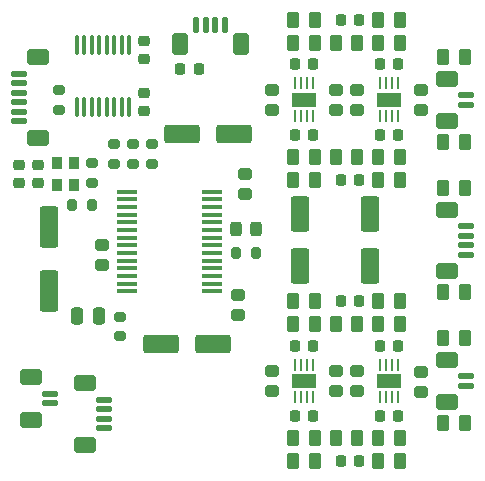
<source format=gbr>
%TF.GenerationSoftware,KiCad,Pcbnew,8.0.3*%
%TF.CreationDate,2024-07-17T18:17:16+02:00*%
%TF.ProjectId,HiFiDAC,48694669-4441-4432-9e6b-696361645f70,rev?*%
%TF.SameCoordinates,Original*%
%TF.FileFunction,Soldermask,Top*%
%TF.FilePolarity,Negative*%
%FSLAX46Y46*%
G04 Gerber Fmt 4.6, Leading zero omitted, Abs format (unit mm)*
G04 Created by KiCad (PCBNEW 8.0.3) date 2024-07-17 18:17:16*
%MOMM*%
%LPD*%
G01*
G04 APERTURE LIST*
G04 Aperture macros list*
%AMRoundRect*
0 Rectangle with rounded corners*
0 $1 Rounding radius*
0 $2 $3 $4 $5 $6 $7 $8 $9 X,Y pos of 4 corners*
0 Add a 4 corners polygon primitive as box body*
4,1,4,$2,$3,$4,$5,$6,$7,$8,$9,$2,$3,0*
0 Add four circle primitives for the rounded corners*
1,1,$1+$1,$2,$3*
1,1,$1+$1,$4,$5*
1,1,$1+$1,$6,$7*
1,1,$1+$1,$8,$9*
0 Add four rect primitives between the rounded corners*
20,1,$1+$1,$2,$3,$4,$5,0*
20,1,$1+$1,$4,$5,$6,$7,0*
20,1,$1+$1,$6,$7,$8,$9,0*
20,1,$1+$1,$8,$9,$2,$3,0*%
G04 Aperture macros list end*
%ADD10RoundRect,0.100000X-0.100000X0.712500X-0.100000X-0.712500X0.100000X-0.712500X0.100000X0.712500X0*%
%ADD11R,0.950000X1.050000*%
%ADD12RoundRect,0.200000X0.275000X-0.200000X0.275000X0.200000X-0.275000X0.200000X-0.275000X-0.200000X0*%
%ADD13RoundRect,0.200000X-0.275000X0.200000X-0.275000X-0.200000X0.275000X-0.200000X0.275000X0.200000X0*%
%ADD14RoundRect,0.200000X-0.200000X-0.275000X0.200000X-0.275000X0.200000X0.275000X-0.200000X0.275000X0*%
%ADD15RoundRect,0.125000X-0.125000X-0.525000X0.125000X-0.525000X0.125000X0.525000X-0.125000X0.525000X0*%
%ADD16RoundRect,0.350000X-0.350000X-0.600000X0.350000X-0.600000X0.350000X0.600000X-0.350000X0.600000X0*%
%ADD17RoundRect,0.125000X0.525000X-0.125000X0.525000X0.125000X-0.525000X0.125000X-0.525000X-0.125000X0*%
%ADD18RoundRect,0.350000X0.600000X-0.350000X0.600000X0.350000X-0.600000X0.350000X-0.600000X-0.350000X0*%
%ADD19RoundRect,0.218750X0.218750X0.256250X-0.218750X0.256250X-0.218750X-0.256250X0.218750X-0.256250X0*%
%ADD20RoundRect,0.225000X0.250000X-0.225000X0.250000X0.225000X-0.250000X0.225000X-0.250000X-0.225000X0*%
%ADD21RoundRect,0.225000X-0.250000X0.225000X-0.250000X-0.225000X0.250000X-0.225000X0.250000X0.225000X0*%
%ADD22RoundRect,0.250000X-0.250000X-0.475000X0.250000X-0.475000X0.250000X0.475000X-0.250000X0.475000X0*%
%ADD23RoundRect,0.250000X0.550000X-1.500000X0.550000X1.500000X-0.550000X1.500000X-0.550000X-1.500000X0*%
%ADD24RoundRect,0.350000X-0.600000X0.350000X-0.600000X-0.350000X0.600000X-0.350000X0.600000X0.350000X0*%
%ADD25RoundRect,0.125000X-0.525000X0.125000X-0.525000X-0.125000X0.525000X-0.125000X0.525000X0.125000X0*%
%ADD26RoundRect,0.062500X-0.062500X0.425000X-0.062500X-0.425000X0.062500X-0.425000X0.062500X0.425000X0*%
%ADD27R,2.000000X1.200000*%
%ADD28R,1.750000X0.450000*%
%ADD29RoundRect,0.250000X0.262500X0.450000X-0.262500X0.450000X-0.262500X-0.450000X0.262500X-0.450000X0*%
%ADD30RoundRect,0.250000X-0.262500X-0.450000X0.262500X-0.450000X0.262500X0.450000X-0.262500X0.450000X0*%
%ADD31RoundRect,0.225000X-0.225000X-0.250000X0.225000X-0.250000X0.225000X0.250000X-0.225000X0.250000X0*%
%ADD32RoundRect,0.225000X0.225000X0.250000X-0.225000X0.250000X-0.225000X-0.250000X0.225000X-0.250000X0*%
%ADD33RoundRect,0.250000X-0.350000X0.250000X-0.350000X-0.250000X0.350000X-0.250000X0.350000X0.250000X0*%
%ADD34RoundRect,0.250000X-0.550000X1.250000X-0.550000X-1.250000X0.550000X-1.250000X0.550000X1.250000X0*%
%ADD35RoundRect,0.250000X0.350000X-0.250000X0.350000X0.250000X-0.350000X0.250000X-0.350000X-0.250000X0*%
%ADD36RoundRect,0.250000X0.250000X0.350000X-0.250000X0.350000X-0.250000X-0.350000X0.250000X-0.350000X0*%
%ADD37RoundRect,0.250000X1.250000X0.550000X-1.250000X0.550000X-1.250000X-0.550000X1.250000X-0.550000X0*%
G04 APERTURE END LIST*
D10*
%TO.C,U9*%
X140322500Y-88737500D03*
X139687500Y-88737500D03*
X139052500Y-88737500D03*
X138417500Y-88737500D03*
X137782500Y-88737500D03*
X137147500Y-88737500D03*
X136512500Y-88737500D03*
X135877500Y-88737500D03*
X135877500Y-83462500D03*
X136512500Y-83462500D03*
X137147500Y-83462500D03*
X137782500Y-83462500D03*
X138417500Y-83462500D03*
X139052500Y-83462500D03*
X139687500Y-83462500D03*
X140322500Y-83462500D03*
%TD*%
D11*
%TO.C,U1*%
X135625000Y-93475000D03*
X135625000Y-95325000D03*
X134175000Y-95325000D03*
X134175000Y-93475000D03*
%TD*%
D12*
%TO.C,R51*%
X139500000Y-108125000D03*
X139500000Y-106475000D03*
%TD*%
%TO.C,R48*%
X134400000Y-87275000D03*
X134400000Y-88925000D03*
%TD*%
D13*
%TO.C,R47*%
X139000000Y-91875000D03*
X139000000Y-93525000D03*
%TD*%
%TO.C,R46*%
X140600000Y-91875000D03*
X140600000Y-93525000D03*
%TD*%
%TO.C,R45*%
X142200000Y-91875000D03*
X142200000Y-93525000D03*
%TD*%
%TO.C,R4*%
X137200000Y-93475000D03*
X137200000Y-95125000D03*
%TD*%
D14*
%TO.C,R3*%
X135475000Y-97000000D03*
X137125000Y-97000000D03*
%TD*%
D15*
%TO.C,J7*%
X148400000Y-81800000D03*
X147600000Y-81800000D03*
X146800000Y-81800000D03*
X146000000Y-81800000D03*
D16*
X144600000Y-83400000D03*
X149800000Y-83400000D03*
%TD*%
D17*
%TO.C,J6*%
X131000000Y-85900000D03*
X131000000Y-86700000D03*
X131000000Y-87500000D03*
X131000000Y-88300000D03*
X131000000Y-89100000D03*
X131000000Y-89900000D03*
D18*
X132600000Y-91300000D03*
X132600000Y-84500000D03*
%TD*%
D19*
%TO.C,FB2*%
X146187500Y-85500000D03*
X144612500Y-85500000D03*
%TD*%
D20*
%TO.C,C46*%
X141600000Y-87525000D03*
X141600000Y-89075000D03*
%TD*%
D21*
%TO.C,C45*%
X141600000Y-84675000D03*
X141600000Y-83125000D03*
%TD*%
%TO.C,C13*%
X132600000Y-93625000D03*
X132600000Y-95175000D03*
%TD*%
%TO.C,C12*%
X131000000Y-93625000D03*
X131000000Y-95175000D03*
%TD*%
D22*
%TO.C,C2*%
X135850000Y-106400000D03*
X137750000Y-106400000D03*
%TD*%
D23*
%TO.C,C1*%
X133500000Y-104300000D03*
X133500000Y-98900000D03*
%TD*%
D24*
%TO.C,J1*%
X167200000Y-102600000D03*
X167200000Y-97400000D03*
D25*
X168800000Y-98800000D03*
X168800000Y-99600000D03*
X168800000Y-100400000D03*
X168800000Y-101200000D03*
%TD*%
D26*
%TO.C,U7*%
X163050000Y-110512500D03*
X162550000Y-110512500D03*
X162050000Y-110512500D03*
X161550000Y-110512500D03*
X161550000Y-113287500D03*
X162050000Y-113287500D03*
X162550000Y-113287500D03*
X163050000Y-113287500D03*
D27*
X162300000Y-111900000D03*
%TD*%
D26*
%TO.C,U6*%
X155850000Y-110512500D03*
X155350000Y-110512500D03*
X154850000Y-110512500D03*
X154350000Y-110512500D03*
X154350000Y-113287500D03*
X154850000Y-113287500D03*
X155350000Y-113287500D03*
X155850000Y-113287500D03*
D27*
X155100000Y-111900000D03*
%TD*%
D26*
%TO.C,U5*%
X163050000Y-86712500D03*
X162550000Y-86712500D03*
X162050000Y-86712500D03*
X161550000Y-86712500D03*
X161550000Y-89487500D03*
X162050000Y-89487500D03*
X162550000Y-89487500D03*
X163050000Y-89487500D03*
D27*
X162300000Y-88100000D03*
%TD*%
D26*
%TO.C,U4*%
X155850000Y-86712500D03*
X155350000Y-86712500D03*
X154850000Y-86712500D03*
X154350000Y-86712500D03*
X154350000Y-89487500D03*
X154850000Y-89487500D03*
X155350000Y-89487500D03*
X155850000Y-89487500D03*
D27*
X155100000Y-88100000D03*
%TD*%
D28*
%TO.C,U2*%
X140100000Y-95875000D03*
X140100000Y-96525000D03*
X140100000Y-97175000D03*
X140100000Y-97825000D03*
X140100000Y-98475000D03*
X140100000Y-99125000D03*
X140100000Y-99775000D03*
X140100000Y-100425000D03*
X140100000Y-101075000D03*
X140100000Y-101725000D03*
X140100000Y-102375000D03*
X140100000Y-103025000D03*
X140100000Y-103675000D03*
X140100000Y-104325000D03*
X147300000Y-104325000D03*
X147300000Y-103675000D03*
X147300000Y-103025000D03*
X147300000Y-102375000D03*
X147300000Y-101725000D03*
X147300000Y-101075000D03*
X147300000Y-100425000D03*
X147300000Y-99775000D03*
X147300000Y-99125000D03*
X147300000Y-98475000D03*
X147300000Y-97825000D03*
X147300000Y-97175000D03*
X147300000Y-96525000D03*
X147300000Y-95875000D03*
%TD*%
D29*
%TO.C,R36*%
X163212500Y-118700000D03*
X161387500Y-118700000D03*
%TD*%
D30*
%TO.C,R35*%
X157787500Y-116700000D03*
X159612500Y-116700000D03*
%TD*%
D29*
%TO.C,R34*%
X163212500Y-116700000D03*
X161387500Y-116700000D03*
%TD*%
D30*
%TO.C,R33*%
X154187500Y-118700000D03*
X156012500Y-118700000D03*
%TD*%
%TO.C,R32*%
X154187500Y-116700000D03*
X156012500Y-116700000D03*
%TD*%
D29*
%TO.C,R31*%
X163212500Y-105100000D03*
X161387500Y-105100000D03*
%TD*%
D30*
%TO.C,R30*%
X157787500Y-107100000D03*
X159612500Y-107100000D03*
%TD*%
D29*
%TO.C,R29*%
X163212500Y-107100000D03*
X161387500Y-107100000D03*
%TD*%
D30*
%TO.C,R28*%
X154187500Y-105100000D03*
X156012500Y-105100000D03*
%TD*%
%TO.C,R27*%
X154187500Y-107100000D03*
X156012500Y-107100000D03*
%TD*%
D29*
%TO.C,R26*%
X163212500Y-94900000D03*
X161387500Y-94900000D03*
%TD*%
D30*
%TO.C,R25*%
X157787500Y-92900000D03*
X159612500Y-92900000D03*
%TD*%
D29*
%TO.C,R24*%
X163212500Y-92900000D03*
X161387500Y-92900000D03*
%TD*%
D30*
%TO.C,R23*%
X154187500Y-94900000D03*
X156012500Y-94900000D03*
%TD*%
%TO.C,R22*%
X154187500Y-92900000D03*
X156012500Y-92900000D03*
%TD*%
D29*
%TO.C,R21*%
X163212500Y-81300000D03*
X161387500Y-81300000D03*
%TD*%
D30*
%TO.C,R20*%
X157787500Y-83300000D03*
X159612500Y-83300000D03*
%TD*%
D29*
%TO.C,R19*%
X163212500Y-83300000D03*
X161387500Y-83300000D03*
%TD*%
D30*
%TO.C,R18*%
X154187500Y-81300000D03*
X156012500Y-81300000D03*
%TD*%
%TO.C,R17*%
X154187500Y-83300000D03*
X156012500Y-83300000D03*
%TD*%
D14*
%TO.C,R9*%
X149375000Y-101100000D03*
X151025000Y-101100000D03*
%TD*%
D29*
%TO.C,R8*%
X168712500Y-108300000D03*
X166887500Y-108300000D03*
%TD*%
%TO.C,R7*%
X168712500Y-115500000D03*
X166887500Y-115500000D03*
%TD*%
%TO.C,R6*%
X168712500Y-84500000D03*
X166887500Y-84500000D03*
%TD*%
%TO.C,R5*%
X168712500Y-91700000D03*
X166887500Y-91700000D03*
%TD*%
%TO.C,R2*%
X168712500Y-104400000D03*
X166887500Y-104400000D03*
%TD*%
%TO.C,R1*%
X168712500Y-95600000D03*
X166887500Y-95600000D03*
%TD*%
D25*
%TO.C,J5*%
X138200000Y-115900000D03*
X138200000Y-115100000D03*
X138200000Y-114300000D03*
X138200000Y-113500000D03*
D24*
X136600000Y-112100000D03*
X136600000Y-117300000D03*
%TD*%
%TO.C,J4*%
X132000000Y-115200000D03*
X132000000Y-111600000D03*
D25*
X133600000Y-113000000D03*
X133600000Y-113800000D03*
%TD*%
%TO.C,J3*%
X168800000Y-112300000D03*
X168800000Y-111500000D03*
D24*
X167200000Y-110100000D03*
X167200000Y-113700000D03*
%TD*%
D25*
%TO.C,J2*%
X168800000Y-88500000D03*
X168800000Y-87700000D03*
D24*
X167200000Y-86300000D03*
X167200000Y-89900000D03*
%TD*%
D31*
%TO.C,C42*%
X158225000Y-118700000D03*
X159775000Y-118700000D03*
%TD*%
D32*
%TO.C,C41*%
X163075000Y-114900000D03*
X161525000Y-114900000D03*
%TD*%
D31*
%TO.C,C40*%
X154325000Y-114900000D03*
X155875000Y-114900000D03*
%TD*%
%TO.C,C39*%
X158225000Y-105100000D03*
X159775000Y-105100000D03*
%TD*%
D32*
%TO.C,C38*%
X163075000Y-108900000D03*
X161525000Y-108900000D03*
%TD*%
D31*
%TO.C,C37*%
X154325000Y-108900000D03*
X155875000Y-108900000D03*
%TD*%
D33*
%TO.C,C36*%
X159600000Y-111050000D03*
X159600000Y-112750000D03*
%TD*%
%TO.C,C35*%
X152400000Y-111050000D03*
X152400000Y-112750000D03*
%TD*%
%TO.C,C34*%
X165000000Y-111150000D03*
X165000000Y-112850000D03*
%TD*%
%TO.C,C33*%
X157800000Y-111050000D03*
X157800000Y-112750000D03*
%TD*%
D31*
%TO.C,C32*%
X158225000Y-94900000D03*
X159775000Y-94900000D03*
%TD*%
D33*
%TO.C,C31*%
X159600000Y-87250000D03*
X159600000Y-88950000D03*
%TD*%
%TO.C,C30*%
X152400000Y-87250000D03*
X152400000Y-88950000D03*
%TD*%
D32*
%TO.C,C29*%
X163075000Y-91100000D03*
X161525000Y-91100000D03*
%TD*%
D31*
%TO.C,C28*%
X154325000Y-91100000D03*
X155875000Y-91100000D03*
%TD*%
D33*
%TO.C,C27*%
X165000000Y-87250000D03*
X165000000Y-88950000D03*
%TD*%
%TO.C,C26*%
X157800000Y-87250000D03*
X157800000Y-88950000D03*
%TD*%
D31*
%TO.C,C25*%
X158225000Y-81300000D03*
X159775000Y-81300000D03*
%TD*%
D32*
%TO.C,C24*%
X163075000Y-85100000D03*
X161525000Y-85100000D03*
%TD*%
D31*
%TO.C,C23*%
X154325000Y-85100000D03*
X155875000Y-85100000D03*
%TD*%
D34*
%TO.C,C11*%
X154800000Y-97800000D03*
X154800000Y-102200000D03*
%TD*%
%TO.C,C10*%
X160700000Y-97800000D03*
X160700000Y-102200000D03*
%TD*%
D33*
%TO.C,C9*%
X149500000Y-104650000D03*
X149500000Y-106350000D03*
%TD*%
D35*
%TO.C,C8*%
X150100000Y-96050000D03*
X150100000Y-94350000D03*
%TD*%
D36*
%TO.C,C7*%
X151050000Y-99000000D03*
X149350000Y-99000000D03*
%TD*%
D35*
%TO.C,C3*%
X138000000Y-102050000D03*
X138000000Y-100350000D03*
%TD*%
D37*
%TO.C,C6*%
X147400000Y-108800000D03*
X143000000Y-108800000D03*
%TD*%
%TO.C,C5*%
X149200000Y-91000000D03*
X144800000Y-91000000D03*
%TD*%
M02*

</source>
